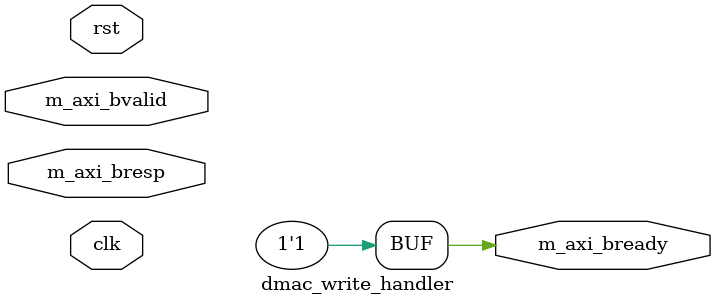
<source format=sv>
module dmac_write_handler # (
    parameter int ADDR_WD = 32,
    parameter int DATA_WD = 32,

    parameter int CHANNEL_COUNT = 8, /// 8 channels
    parameter int MAX_BURST_LEN = 16, /// 16 beats

    localparam int STRB_WD = DATA_WD / 8
) (
    input                       clk,
    input                       rst,

    // Write Response Channel
    input wire                  m_axi_bvalid,
    input wire [1:0]            m_axi_bresp,
    output wire                 m_axi_bready
);

  assign m_axi_bready = 1;

endmodule : dmac_write_handler
</source>
